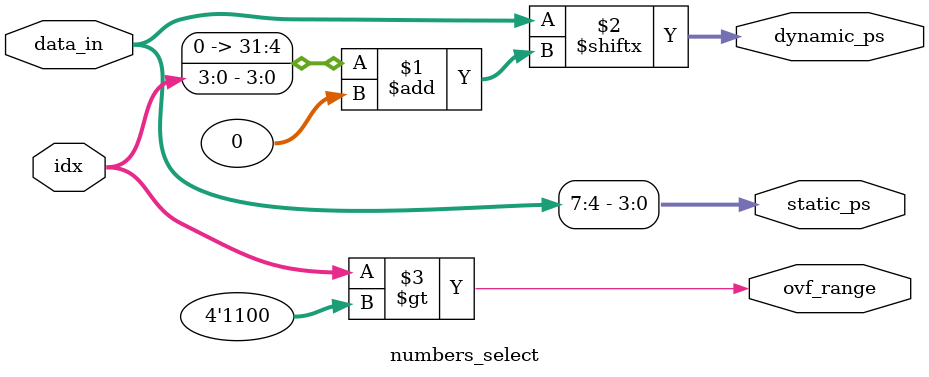
<source format=sv>


module numbers_select (
    input  wire [15:0] data_in,
    input  wire [3:0]  idx,          // allow up to 15
    output wire [3:0]  static_ps,    // bits [7:4]
    output wire [3:0]  dynamic_ps,   // bits [idx +: 4]
    output wire        ovf_range     // idx > 12 → overflow for width-4
);
    // Static part-select: bits [7:4]
    assign static_ps = data_in[7:4];
    // Dynamic part-select (requires idx ≤ 12)
    assign dynamic_ps = data_in[idx +: 4];
    // Overflow if idx > 12 (so idx+3 > 15)
    assign ovf_range  = (idx > 4'd12);
endmodule

</source>
